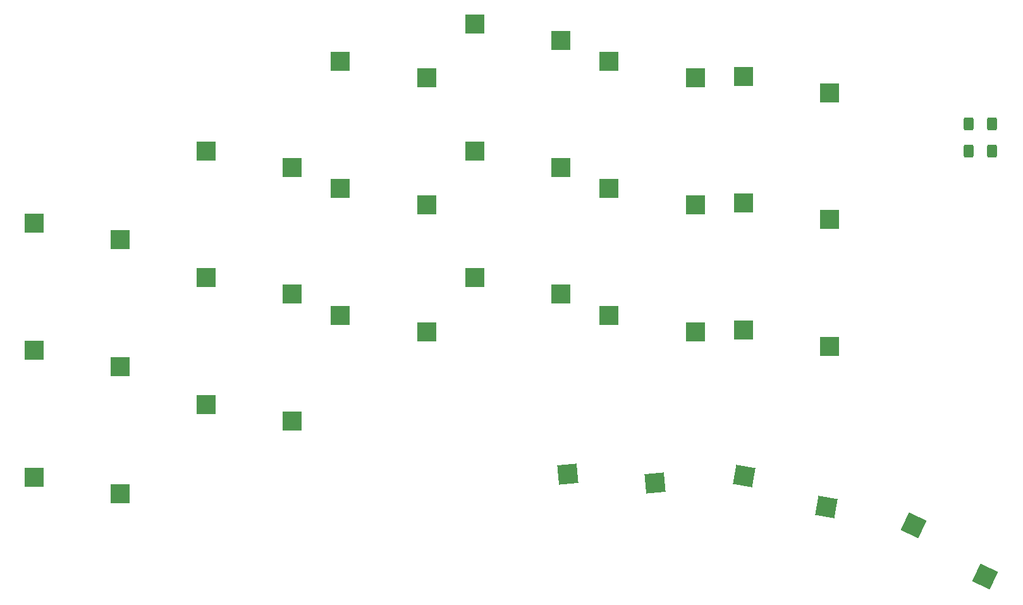
<source format=gbp>
%TF.GenerationSoftware,KiCad,Pcbnew,8.0.8*%
%TF.CreationDate,2025-05-22T15:24:10+02:00*%
%TF.ProjectId,keyboard_pcb,6b657962-6f61-4726-945f-7063622e6b69,rev1.0*%
%TF.SameCoordinates,Original*%
%TF.FileFunction,Paste,Bot*%
%TF.FilePolarity,Positive*%
%FSLAX46Y46*%
G04 Gerber Fmt 4.6, Leading zero omitted, Abs format (unit mm)*
G04 Created by KiCad (PCBNEW 8.0.8) date 2025-05-22 15:24:10*
%MOMM*%
%LPD*%
G01*
G04 APERTURE LIST*
G04 Aperture macros list*
%AMRoundRect*
0 Rectangle with rounded corners*
0 $1 Rounding radius*
0 $2 $3 $4 $5 $6 $7 $8 $9 X,Y pos of 4 corners*
0 Add a 4 corners polygon primitive as box body*
4,1,4,$2,$3,$4,$5,$6,$7,$8,$9,$2,$3,0*
0 Add four circle primitives for the rounded corners*
1,1,$1+$1,$2,$3*
1,1,$1+$1,$4,$5*
1,1,$1+$1,$6,$7*
1,1,$1+$1,$8,$9*
0 Add four rect primitives between the rounded corners*
20,1,$1+$1,$2,$3,$4,$5,0*
20,1,$1+$1,$4,$5,$6,$7,0*
20,1,$1+$1,$6,$7,$8,$9,0*
20,1,$1+$1,$8,$9,$2,$3,0*%
%AMRotRect*
0 Rectangle, with rotation*
0 The origin of the aperture is its center*
0 $1 length*
0 $2 width*
0 $3 Rotation angle, in degrees counterclockwise*
0 Add horizontal line*
21,1,$1,$2,0,0,$3*%
G04 Aperture macros list end*
%ADD10R,2.600000X2.600000*%
%ADD11RotRect,2.600000X2.600000X5.000000*%
%ADD12RotRect,2.600000X2.600000X335.000000*%
%ADD13RotRect,2.600000X2.600000X350.000000*%
%ADD14RoundRect,0.250000X0.400000X0.625000X-0.400000X0.625000X-0.400000X-0.625000X0.400000X-0.625000X0*%
%ADD15RoundRect,0.250000X-0.400000X-0.625000X0.400000X-0.625000X0.400000X0.625000X-0.400000X0.625000X0*%
G04 APERTURE END LIST*
D10*
%TO.C,K25*%
X160725000Y-88050000D03*
X172275000Y-90250000D03*
%TD*%
%TO.C,K24*%
X142725000Y-86050000D03*
X154275000Y-88250000D03*
%TD*%
%TO.C,K21*%
X88725000Y-98050000D03*
X100275000Y-100250000D03*
%TD*%
%TO.C,K02*%
X106725000Y-52050000D03*
X118275000Y-54250000D03*
%TD*%
%TO.C,K10*%
X77275000Y-92950000D03*
X65725000Y-90750000D03*
%TD*%
%TO.C,K04*%
X142725000Y-52050000D03*
X154275000Y-54250000D03*
%TD*%
%TO.C,K12*%
X106725000Y-69050000D03*
X118275000Y-71250000D03*
%TD*%
D11*
%TO.C,K30*%
X137218886Y-107358077D03*
X148916677Y-108543056D03*
%TD*%
D10*
%TO.C,K01*%
X88725000Y-64050000D03*
X100275000Y-66250000D03*
%TD*%
%TO.C,K14*%
X142725000Y-69050000D03*
X154275000Y-71250000D03*
%TD*%
%TO.C,K23*%
X124725000Y-81050000D03*
X136275000Y-83250000D03*
%TD*%
%TO.C,K03*%
X124725000Y-47050000D03*
X136275000Y-49250000D03*
%TD*%
%TO.C,K22*%
X106725000Y-86050000D03*
X118275000Y-88250000D03*
%TD*%
%TO.C,K15*%
X160725000Y-71050000D03*
X172275000Y-73250000D03*
%TD*%
D12*
%TO.C,K32*%
X183546421Y-114223394D03*
X193084515Y-121098512D03*
%TD*%
D10*
%TO.C,K11*%
X88725000Y-81050000D03*
X100275000Y-83250000D03*
%TD*%
%TO.C,K05*%
X160725000Y-54050000D03*
X172275000Y-56250000D03*
%TD*%
%TO.C,K20*%
X77275000Y-109950000D03*
X65725000Y-107750000D03*
%TD*%
%TO.C,K13*%
X124725000Y-64050000D03*
X136275000Y-66250000D03*
%TD*%
%TO.C,K00*%
X77275000Y-75950000D03*
X65725000Y-73750000D03*
%TD*%
D13*
%TO.C,K31*%
X160807961Y-107571696D03*
X171800465Y-111743910D03*
%TD*%
D14*
%TO.C,R2*%
X193980400Y-64109600D03*
X190880400Y-64109600D03*
%TD*%
D15*
%TO.C,R1*%
X190880400Y-60401200D03*
X193980400Y-60401200D03*
%TD*%
M02*

</source>
